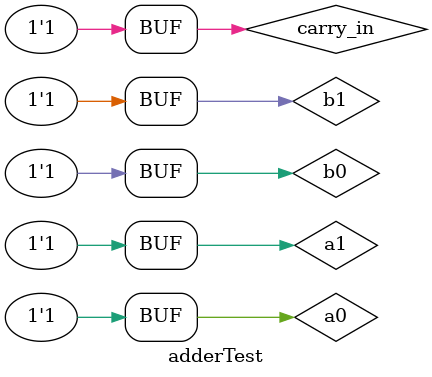
<source format=v>
`timescale 1ns / 1ps


module adderTest;

	// Inputs
	reg a1;
	reg a0;
	reg b1;
	reg b0;
	reg carry_in;

	// Outputs
	wire carry_out;
	wire sum1;
	wire sum0;

	// Instantiate the Unit Under Test (UUT)
	adder2Bit_Verilog uut (
		.a1(a1), 
		.a0(a0), 
		.b1(b1), 
		.b0(b0), 
		.carry_in(carry_in), 
		.carry_out(carry_out), 
		.sum1(sum1), 
		.sum0(sum0)
	);

	initial begin
		// Initialize Inputs
		a1 = 0;
		a0 = 0;
		b1 = 0;
		b0 = 0;
		carry_in = 0;

		// Wait 100 ns for global reset to finish
		#100;
        
		// Add stimulus here
		//Test all cases of a, b, and carry_in in the same order as the truth table
		
		//00000
		a0 <= 1'b0;
		b0 <= 1'b0;
		a1 <= 1'b0;
		b1 <= 1'b0;
		carry_in <= 1'b0;
		#100;
		//00001
		a0 <= 1'b0;
		b0 <= 1'b0;
		a1 <= 1'b0;
		b1 <= 1'b0;
		carry_in <= 1'b1;
		#100;
		
		//00010
		a0 <= 1'b0;
		b0 <= 1'b0;
		a1 <= 1'b0;
		b1 <= 1'b1;
		carry_in <= 1'b0;
		#100;
		//00011
		a0 <= 1'b0;
		b0 <= 1'b0;
		a1 <= 1'b0;
		b1 <= 1'b1;
		carry_in <= 1'b1;
		#100;
		
		//00100
		a0 <= 1'b0;
		b0 <= 1'b0;
		a1 <= 1'b1;
		b1 <= 1'b0;
		carry_in <= 1'b0;
		#100;
		//00101
		a0 <= 1'b0;
		b0 <= 1'b0;
		a1 <= 1'b1;
		b1 <= 1'b0;
		carry_in <= 1'b1;
		#100;
		//00110
		a0 <= 1'b0;
		b0 <= 1'b0;
		a1 <= 1'b1;
		b1 <= 1'b1;
		carry_in <= 1'b0;
		#100;
		//00111
		a0 <= 1'b0;
		b0 <= 1'b0;
		a1 <= 1'b1;
		b1 <= 1'b1;
		carry_in <= 1'b1;
		#100;
		
		//01000
		a0 <= 1'b0;
		b0 <= 1'b1;
		a1 <= 1'b0;
		b1 <= 1'b0;
		carry_in <= 1'b0;
		#100;
		//01001
		a0 <= 1'b0;
		b0 <= 1'b1;
		a1 <= 1'b0;
		b1 <= 1'b0;
		carry_in <= 1'b1;
		#100;
		//01010
		a0 <= 1'b0;
		b0 <= 1'b1;
		a1 <= 1'b0;
		b1 <= 1'b1;
		carry_in <= 1'b0;
		#100;
		//01011
		a0 <= 1'b0;
		b0 <= 1'b1;
		a1 <= 1'b0;
		b1 <= 1'b1;
		carry_in <= 1'b1;
		#100;
		//01100
		a0 <= 1'b0;
		b0 <= 1'b1;
		a1 <= 1'b1;
		b1 <= 1'b0;
		carry_in <= 1'b0;
		#100;
		//01101
		a0 <= 1'b0;
		b0 <= 1'b1;
		a1 <= 1'b1;
		b1 <= 1'b0;
		carry_in <= 1'b1;
		#100;
		//01110
		a0 <= 1'b0;
		b0 <= 1'b1;
		a1 <= 1'b1;
		b1 <= 1'b1;
		carry_in <= 1'b0;
		#100;
		//01111
		a0 <= 1'b0;
		b0 <= 1'b1;
		a1 <= 1'b1;
		b1 <= 1'b1;
		carry_in <= 1'b1;
		#100;
		
		//10000
		a0 <= 1'b1;
		b0 <= 1'b0;
		a1 <= 1'b0;
		b1 <= 1'b0;
		carry_in <= 1'b0;
		#100;
		//10001
		a0 <= 1'b1;
		b0 <= 1'b0;
		a1 <= 1'b0;
		b1 <= 1'b0;
		carry_in <= 1'b1;
		#100;
		//10010
		a0 <= 1'b1;
		b0 <= 1'b0;
		a1 <= 1'b0;
		b1 <= 1'b1;
		carry_in <= 1'b0;
		#100;
		//10011
		a0 <= 1'b1;
		b0 <= 1'b0;
		a1 <= 1'b0;
		b1 <= 1'b1;
		carry_in <= 1'b1;
		#100;
		//10100
		a0 <= 1'b1;
		b0 <= 1'b0;
		a1 <= 1'b1;
		b1 <= 1'b0;
		carry_in <= 1'b0;
		#100;
		//10101
		a0 <= 1'b1;
		b0 <= 1'b0;
		a1 <= 1'b1;
		b1 <= 1'b0;
		carry_in <= 1'b1;
		#100;
		//10110
		a0 <= 1'b1;
		b0 <= 1'b0;
		a1 <= 1'b1;
		b1 <= 1'b1;
		carry_in <= 1'b0;
		#100;
		//10111
		a0 <= 1'b1;
		b0 <= 1'b0;
		a1 <= 1'b1;
		b1 <= 1'b1;
		carry_in <= 1'b1;
		#100;
		//11000
		a0 <= 1'b1;
		b0 <= 1'b1;
		a1 <= 1'b0;
		b1 <= 1'b0;
		carry_in <= 1'b0;
		#100;
		//11001
		a0 <= 1'b1;
		b0 <= 1'b1;
		a1 <= 1'b0;
		b1 <= 1'b0;
		carry_in <= 1'b1;
		#100;
		//11010
		a0 <= 1'b1;
		b0 <= 1'b1;
		a1 <= 1'b0;
		b1 <= 1'b1;
		carry_in <= 1'b0;
		#100;
		//11011
		a0 <= 1'b1;
		b0 <= 1'b1;
		a1 <= 1'b0;
		b1 <= 1'b1;
		carry_in <= 1'b1;
		#100;
		//11100
		a0 <= 1'b1;
		b0 <= 1'b1;
		a1 <= 1'b1;
		b1 <= 1'b0;
		carry_in <= 1'b0;
		#100;
		//11101
		a0 <= 1'b1;
		b0 <= 1'b1;
		a1 <= 1'b1;
		b1 <= 1'b0;
		carry_in <= 1'b1;
		#100;
		//11110
		a0 <= 1'b1;
		b0 <= 1'b1;
		a1 <= 1'b1;
		b1 <= 1'b1;
		carry_in <= 1'b0;
		#100;
		//11111
		a0 <= 1'b1;
		b0 <= 1'b1;
		a1 <= 1'b1;
		b1 <= 1'b1;
		carry_in <= 1'b1;
		#100;		
	end
      
endmodule


</source>
